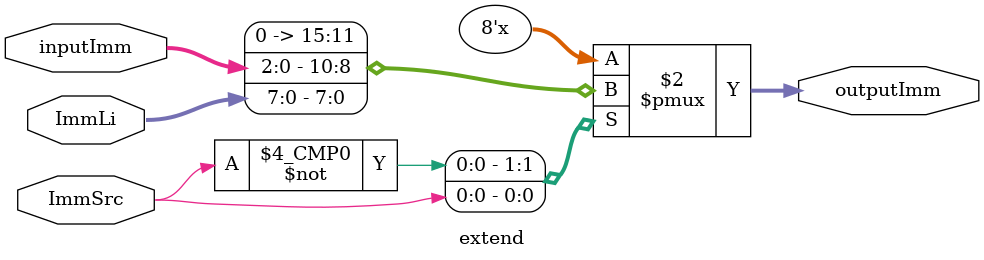
<source format=v>
`timescale 1ns / 1ps

module extend(
	 input [2:0] inputImm,
	 input [7:0] ImmLi,
	 input ImmSrc,
	 output reg [7:0] outputImm
	 );


    always @(ImmSrc, ImmLi, inputImm)
    case(ImmSrc)
        1'b0: outputImm = {5'b0 , inputImm};

        1'b1: outputImm = ImmLi ;
        
        default: outputImm =  7'bx ;
    endcase
    

endmodule

</source>
